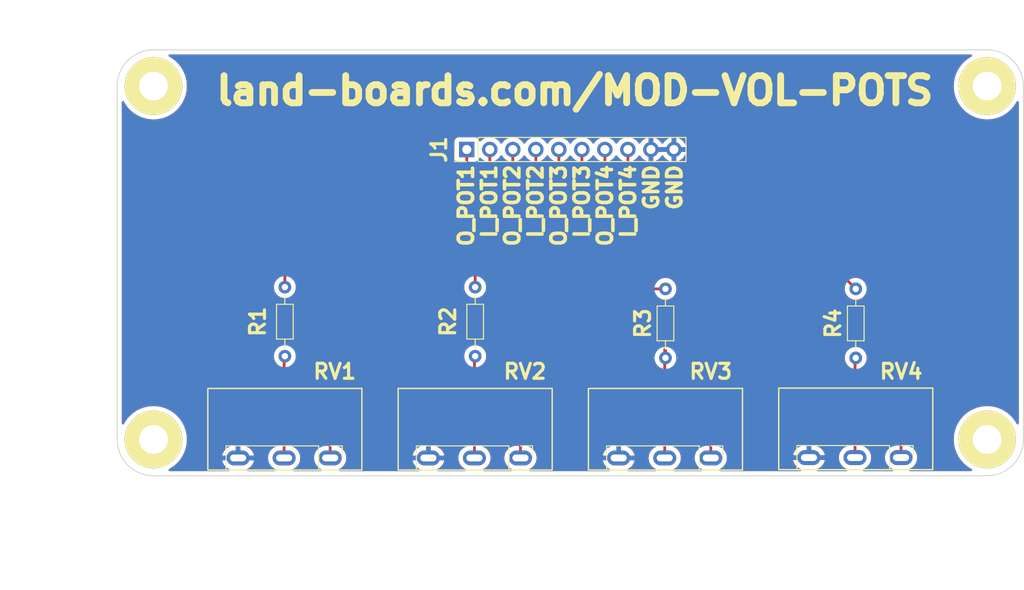
<source format=kicad_pcb>
(kicad_pcb (version 20211014) (generator pcbnew)
  (layers (0 "F.Cu" signal) (31 "B.Cu" signal) (34 "B.Paste" user) (35 "F.Paste" user) (36 "B.SilkS" user "B.Silkscreen") (37 "F.SilkS" user "F.Silkscreen") (38 "B.Mask" user) (39 "F.Mask" user) (44 "Edge.Cuts" user))
  (net 0 "")
  (net 1 "GND")
  (net 2 "Net-(R1-Pad2)")
  (net 3 "Net-(R2-Pad2)")
  (net 4 "Net-(R3-Pad2)")
  (net 5 "Net-(R4-Pad2)")
  (net 6 "/I_POT1")
  (net 7 "/O_POT1")
  (net 8 "/I_POT2")
  (net 9 "/O_POT2")
  (net 10 "/I_POT3")
  (net 11 "/I_POT4")
  (net 12 "/O_POT4")
  (net 13 "/O_POT3")
  (footprint "LandBoards_MountHoles:MTG-4-40" (layer "F.Cu") (at 94 83)
    (fp_text reference "MTG1" hide)
    (fp_text value "MountingHole" hide)
    (pad "1" thru_hole circle locked (at 0 0) (size 6.35 6.35) (drill 3.175) (layers *.Cu *.Mask "F.SilkS"))
  )
  (footprint "Resistor_THT:R_Axial_DIN0204_L3.6mm_D1.6mm_P7.62mm_Horizontal" (layer "F.Cu") (at 129.5 66.19 -90)
    (fp_text reference "R2" (at 3.81 3 90) (layer "F.SilkS") (effects (font (size 1.651 1.651) (thickness 0.34925))))
    (fp_text value "1K")
    (fp_line (start 1.89 0.92) (end 5.73 0.92) (layer "F.SilkS") (width 0.12))
    (fp_line (start 0.94 0) (end 1.89 0) (layer "F.SilkS") (width 0.12))
    (fp_line (start 1.89 -0.92) (end 1.89 0.92) (layer "F.SilkS") (width 0.12))
    (fp_line (start 6.68 0) (end 5.73 0) (layer "F.SilkS") (width 0.12))
    (fp_line (start 5.73 0.92) (end 5.73 -0.92) (layer "F.SilkS") (width 0.12))
    (fp_line (start 5.73 -0.92) (end 1.89 -0.92) (layer "F.SilkS") (width 0.12))
    (pad "1" thru_hole circle (at 0 0 270) (size 1.4 1.4) (drill 0.7) (layers *.Cu *.Mask) (net 9 "/O_POT2"))
    (pad "2" thru_hole oval (at 7.62 0 270) (size 1.4 1.4) (drill 0.7) (layers *.Cu *.Mask) (net 3 "Net-(R2-Pad2)"))
  )
  (footprint "LandBoards_Conns:Pot3" (layer "F.Cu") (at 113.500002 85.039987 -90)
    (fp_text reference "RV1" (at -9.54 -0.5 180) (layer "F.SilkS") (effects (font (size 1.651 1.651) (thickness 0.34925))))
    (fp_text value "100K")
    (fp_line (start -1.33 -1.33) (end 0 -1.33) (layer "F.SilkS") (width 0.12))
    (fp_line (start -1.33 0) (end -1.33 -1.33) (layer "F.SilkS") (width 0.12))
    (fp_line (start -1.33 1.27) (end -1.33 11.49) (layer "F.SilkS") (width 0.12))
    (fp_line (start -1.33 11.49) (end 1.33 11.49) (layer "F.SilkS") (width 0.12))
    (fp_line (start 1.33 1.27) (end 1.33 11.49) (layer "F.SilkS") (width 0.12))
    (fp_line (start -1.33 1.27) (end 1.33 1.27) (layer "F.SilkS") (width 0.12))
    (fp_rect (start -7.67 -3.5) (end 1.33 13.5) (layer "F.SilkS") (width 0.15) (fill none))
    (pad "1" thru_hole oval (at 0 0 270) (size 1.651 2.54) (drill oval 0.762 1.778) (layers *.Cu *.Mask) (net 6 "/I_POT1"))
    (pad "2" thru_hole oval (at 0 5.08 270) (size 1.651 2.54) (drill oval 0.762 1.778) (layers *.Cu *.Mask) (net 2 "Net-(R1-Pad2)"))
    (pad "3" thru_hole oval (at 0 10.16 270) (size 1.651 2.54) (drill oval 0.762 1.778) (layers *.Cu *.Mask) (net 1 "GND"))
  )
  (footprint "LandBoards_MountHoles:MTG-4-40" (layer "F.Cu") (at 94 44)
    (fp_text reference "MTG3" hide)
    (fp_text value "MountingHole" hide)
    (pad "1" thru_hole circle locked (at 0 0) (size 6.35 6.35) (drill 3.175) (layers *.Cu *.Mask "F.SilkS"))
  )
  (footprint "Connector_PinHeader_2.54mm:PinHeader_1x10_P2.54mm_Vertical" (layer "F.Cu") (at 128.575 51 90)
    (fp_text reference "J1" (at 0 -3.075 90) (layer "F.SilkS") (effects (font (size 1.651 1.651) (thickness 0.34925))))
    (fp_text value "Conn_01x10")
    (fp_line (start 1.33 1.27) (end 1.33 24.19) (layer "F.SilkS") (width 0.12))
    (fp_line (start -1.33 1.27) (end -1.33 24.19) (layer "F.SilkS") (width 0.12))
    (fp_line (start -1.33 1.27) (end 1.33 1.27) (layer "F.SilkS") (width 0.12))
    (fp_line (start -1.33 0) (end -1.33 -1.33) (layer "F.SilkS") (width 0.12))
    (fp_line (start -1.33 24.19) (end 1.33 24.19) (layer "F.SilkS") (width 0.12))
    (fp_line (start -1.33 -1.33) (end 0 -1.33) (layer "F.SilkS") (width 0.12))
    (pad "1" thru_hole rect (at 0 0 90) (size 1.7 1.7) (drill 1) (layers *.Cu *.Mask) (net 7 "/O_POT1"))
    (pad "2" thru_hole oval (at 0 2.54 90) (size 1.7 1.7) (drill 1) (layers *.Cu *.Mask) (net 6 "/I_POT1"))
    (pad "3" thru_hole oval (at 0 5.08 90) (size 1.7 1.7) (drill 1) (layers *.Cu *.Mask) (net 9 "/O_POT2"))
    (pad "4" thru_hole oval (at 0 7.62 90) (size 1.7 1.7) (drill 1) (layers *.Cu *.Mask) (net 8 "/I_POT2"))
    (pad "5" thru_hole oval (at 0 10.16 90) (size 1.7 1.7) (drill 1) (layers *.Cu *.Mask) (net 13 "/O_POT3"))
    (pad "6" thru_hole oval (at 0 12.7 90) (size 1.7 1.7) (drill 1) (layers *.Cu *.Mask) (net 10 "/I_POT3"))
    (pad "7" thru_hole oval (at 0 15.24 90) (size 1.7 1.7) (drill 1) (layers *.Cu *.Mask) (net 12 "/O_POT4"))
    (pad "8" thru_hole oval (at 0 17.78 90) (size 1.7 1.7) (drill 1) (layers *.Cu *.Mask) (net 11 "/I_POT4"))
    (pad "9" thru_hole oval (at 0 20.32 90) (size 1.7 1.7) (drill 1) (layers *.Cu *.Mask) (net 1 "GND"))
    (pad "10" thru_hole oval (at 0 22.86 90) (size 1.7 1.7) (drill 1) (layers *.Cu *.Mask) (net 1 "GND"))
  )
  (footprint "LandBoards_Conns:Pot3" (layer "F.Cu") (at 176.500003 85.000008 -90)
    (fp_text reference "RV4" (at -9.5 0 180) (layer "F.SilkS") (effects (font (size 1.651 1.651) (thickness 0.34925))))
    (fp_text value "100K")
    (fp_line (start -1.33 0) (end -1.33 -1.33) (layer "F.SilkS") (width 0.12))
    (fp_line (start -1.33 -1.33) (end 0 -1.33) (layer "F.SilkS") (width 0.12))
    (fp_line (start -1.33 1.27) (end 1.33 1.27) (layer "F.SilkS") (width 0.12))
    (fp_line (start 1.33 1.27) (end 1.33 11.49) (layer "F.SilkS") (width 0.12))
    (fp_line (start -1.33 11.49) (end 1.33 11.49) (layer "F.SilkS") (width 0.12))
    (fp_line (start -1.33 1.27) (end -1.33 11.49) (layer "F.SilkS") (width 0.12))
    (fp_rect (start -7.67 -3.5) (end 1.33 13.5) (layer "F.SilkS") (width 0.15) (fill none))
    (pad "1" thru_hole oval (at 0 0 270) (size 1.651 2.54) (drill oval 0.762 1.778) (layers *.Cu *.Mask) (net 11 "/I_POT4"))
    (pad "2" thru_hole oval (at 0 5.08 270) (size 1.651 2.54) (drill oval 0.762 1.778) (layers *.Cu *.Mask) (net 5 "Net-(R4-Pad2)"))
    (pad "3" thru_hole oval (at 0 10.16 270) (size 1.651 2.54) (drill oval 0.762 1.778) (layers *.Cu *.Mask) (net 1 "GND"))
  )
  (footprint "LandBoards_Conns:Pot3" (layer "F.Cu") (at 134.50001 85.039987 -90)
    (fp_text reference "RV2" (at -9.54 -0.5 180) (layer "F.SilkS") (effects (font (size 1.651 1.651) (thickness 0.34925))))
    (fp_text value "100K")
    (fp_line (start -1.33 1.27) (end -1.33 11.49) (layer "F.SilkS") (width 0.12))
    (fp_line (start -1.33 -1.33) (end 0 -1.33) (layer "F.SilkS") (width 0.12))
    (fp_line (start -1.33 1.27) (end 1.33 1.27) (layer "F.SilkS") (width 0.12))
    (fp_line (start 1.33 1.27) (end 1.33 11.49) (layer "F.SilkS") (width 0.12))
    (fp_line (start -1.33 0) (end -1.33 -1.33) (layer "F.SilkS") (width 0.12))
    (fp_line (start -1.33 11.49) (end 1.33 11.49) (layer "F.SilkS") (width 0.12))
    (fp_rect (start -7.67 -3.5) (end 1.33 13.5) (layer "F.SilkS") (width 0.15) (fill none))
    (pad "1" thru_hole oval (at 0 0 270) (size 1.651 2.54) (drill oval 0.762 1.778) (layers *.Cu *.Mask) (net 8 "/I_POT2"))
    (pad "2" thru_hole oval (at 0 5.08 270) (size 1.651 2.54) (drill oval 0.762 1.778) (layers *.Cu *.Mask) (net 3 "Net-(R2-Pad2)"))
    (pad "3" thru_hole oval (at 0 10.16 270) (size 1.651 2.54) (drill oval 0.762 1.778) (layers *.Cu *.Mask) (net 1 "GND"))
  )
  (footprint "Resistor_THT:R_Axial_DIN0204_L3.6mm_D1.6mm_P7.62mm_Horizontal" (layer "F.Cu") (at 171.5 66.38 -90)
    (fp_text reference "R4" (at 3.81 2.5 90) (layer "F.SilkS") (effects (font (size 1.651 1.651) (thickness 0.34925))))
    (fp_text value "1K")
    (fp_line (start 6.68 0) (end 5.73 0) (layer "F.SilkS") (width 0.12))
    (fp_line (start 5.73 0.92) (end 5.73 -0.92) (layer "F.SilkS") (width 0.12))
    (fp_line (start 1.89 0.92) (end 5.73 0.92) (layer "F.SilkS") (width 0.12))
    (fp_line (start 5.73 -0.92) (end 1.89 -0.92) (layer "F.SilkS") (width 0.12))
    (fp_line (start 1.89 -0.92) (end 1.89 0.92) (layer "F.SilkS") (width 0.12))
    (fp_line (start 0.94 0) (end 1.89 0) (layer "F.SilkS") (width 0.12))
    (pad "1" thru_hole circle (at 0 0 270) (size 1.4 1.4) (drill 0.7) (layers *.Cu *.Mask) (net 12 "/O_POT4"))
    (pad "2" thru_hole oval (at 7.62 0 270) (size 1.4 1.4) (drill 0.7) (layers *.Cu *.Mask) (net 5 "Net-(R4-Pad2)"))
  )
  (footprint "LandBoards_Conns:Pot3" (layer "F.Cu") (at 155.499994 85.039987 -90)
    (fp_text reference "RV3" (at -9.54 0 180) (layer "F.SilkS") (effects (font (size 1.651 1.651) (thickness 0.34925))))
    (fp_text value "100K")
    (fp_line (start -1.33 1.27) (end -1.33 11.49) (layer "F.SilkS") (width 0.12))
    (fp_line (start 1.33 1.27) (end 1.33 11.49) (layer "F.SilkS") (width 0.12))
    (fp_line (start -1.33 11.49) (end 1.33 11.49) (layer "F.SilkS") (width 0.12))
    (fp_line (start -1.33 -1.33) (end 0 -1.33) (layer "F.SilkS") (width 0.12))
    (fp_line (start -1.33 0) (end -1.33 -1.33) (layer "F.SilkS") (width 0.12))
    (fp_line (start -1.33 1.27) (end 1.33 1.27) (layer "F.SilkS") (width 0.12))
    (fp_rect (start -7.67 -3.5) (end 1.33 13.5) (layer "F.SilkS") (width 0.15) (fill none))
    (pad "1" thru_hole oval (at 0 0 270) (size 1.651 2.54) (drill oval 0.762 1.778) (layers *.Cu *.Mask) (net 10 "/I_POT3"))
    (pad "2" thru_hole oval (at 0 5.08 270) (size 1.651 2.54) (drill oval 0.762 1.778) (layers *.Cu *.Mask) (net 4 "Net-(R3-Pad2)"))
    (pad "3" thru_hole oval (at 0 10.16 270) (size 1.651 2.54) (drill oval 0.762 1.778) (layers *.Cu *.Mask) (net 1 "GND"))
  )
  (footprint "Resistor_THT:R_Axial_DIN0204_L3.6mm_D1.6mm_P7.62mm_Horizontal" (layer "F.Cu") (at 150.5 66.38 -90)
    (fp_text reference "R3" (at 3.81 2.5 90) (layer "F.SilkS") (effects (font (size 1.651 1.651) (thickness 0.34925))))
    (fp_text value "1K")
    (fp_line (start 6.68 0) (end 5.73 0) (layer "F.SilkS") (width 0.12))
    (fp_line (start 5.73 0.92) (end 5.73 -0.92) (layer "F.SilkS") (width 0.12))
    (fp_line (start 5.73 -0.92) (end 1.89 -0.92) (layer "F.SilkS") (width 0.12))
    (fp_line (start 1.89 -0.92) (end 1.89 0.92) (layer "F.SilkS") (width 0.12))
    (fp_line (start 0.94 0) (end 1.89 0) (layer "F.SilkS") (width 0.12))
    (fp_line (start 1.89 0.92) (end 5.73 0.92) (layer "F.SilkS") (width 0.12))
    (pad "1" thru_hole circle (at 0 0 270) (size 1.4 1.4) (drill 0.7) (layers *.Cu *.Mask) (net 13 "/O_POT3"))
    (pad "2" thru_hole oval (at 7.62 0 270) (size 1.4 1.4) (drill 0.7) (layers *.Cu *.Mask) (net 4 "Net-(R3-Pad2)"))
  )
  (footprint "LandBoards_MountHoles:MTG-4-40" (layer "F.Cu") (at 186 83)
    (fp_text reference "MTG2" hide)
    (fp_text value "MountingHole" hide)
    (pad "1" thru_hole circle locked (at 0 0) (size 6.35 6.35) (drill 3.175) (layers *.Cu *.Mask "F.SilkS"))
  )
  (footprint "LandBoards_MountHoles:MTG-4-40" (layer "F.Cu") (at 186 44)
    (fp_text reference "MTG4" hide)
    (fp_text value "MountingHole" hide)
    (pad "1" thru_hole circle locked (at 0 0) (size 6.35 6.35) (drill 3.175) (layers *.Cu *.Mask "F.SilkS"))
  )
  (footprint "Resistor_THT:R_Axial_DIN0204_L3.6mm_D1.6mm_P7.62mm_Horizontal" (layer "F.Cu") (at 108.5 66.19 -90)
    (fp_text reference "R1" (at 3.81 3 90) (layer "F.SilkS") (effects (font (size 1.651 1.651) (thickness 0.34925))))
    (fp_text value "1K")
    (fp_line (start 1.89 -0.92) (end 1.89 0.92) (layer "F.SilkS") (width 0.12))
    (fp_line (start 0.94 0) (end 1.89 0) (layer "F.SilkS") (width 0.12))
    (fp_line (start 6.68 0) (end 5.73 0) (layer "F.SilkS") (width 0.12))
    (fp_line (start 1.89 0.92) (end 5.73 0.92) (layer "F.SilkS") (width 0.12))
    (fp_line (start 5.73 -0.92) (end 1.89 -0.92) (layer "F.SilkS") (width 0.12))
    (fp_line (start 5.73 0.92) (end 5.73 -0.92) (layer "F.SilkS") (width 0.12))
    (pad "1" thru_hole circle (at 0 0 270) (size 1.4 1.4) (drill 0.7) (layers *.Cu *.Mask) (net 7 "/O_POT1"))
    (pad "2" thru_hole oval (at 7.62 0 270) (size 1.4 1.4) (drill 0.7) (layers *.Cu *.Mask) (net 2 "Net-(R1-Pad2)"))
  )
  (gr_line (start 186 87) (end 94 87) (layer "Edge.Cuts") (width 0.1))
  (gr_line (start 94 40) (end 186 40) (layer "Edge.Cuts") (width 0.1))
  (gr_arc (start 186 40) (mid 188.828427 41.171573) (end 190 44) (layer "Edge.Cuts") (width 0.1))
  (gr_arc (start 94 87) (mid 91.171573 85.828427) (end 90 83) (layer "Edge.Cuts") (width 0.1))
  (gr_line (start 90 83) (end 90 44) (layer "Edge.Cuts") (width 0.1))
  (gr_line (start 190 44) (end 190 83) (layer "Edge.Cuts") (width 0.1))
  (gr_arc (start 90 44) (mid 91.171573 41.171573) (end 94 40) (layer "Edge.Cuts") (width 0.1))
  (gr_arc (start 190 83) (mid 188.828427 85.828427) (end 186 87) (layer "Edge.Cuts") (width 0.1))
  (gr_text "O_POT1\nI_POT1\nO_POT2\nI_POT2\nO_POT3\nI_POT3\nO_POT4\nI_POT4\nGND\nGND" (at 140 52.5 90) (layer "F.SilkS") (effects (font (size 1.5875 1.5875) (thickness 0.396875)) (justify right)))
  (gr_text "land-boards.com/MOD-VOL-POTS" (at 140.5 44.5) (layer "F.SilkS") (effects (font (size 3 3) (thickness 0.75))))
  (segment (start 108.42 85.04) (end 108.42 73.89) (width 0.3048) (layer "F.Cu") (net 2))
  (segment (start 129.42 85.04) (end 129.42 73.89) (width 0.3048) (layer "F.Cu") (net 3))
  (segment (start 150.42 73.08) (end 150.5 73.16) (width 0.3048) (layer "F.Cu") (net 4))
  (segment (start 150.5 73.16) (end 150.5 74) (width 0.3048) (layer "F.Cu") (net 4))
  (segment (start 150.42 85.04) (end 150.42 73.08) (width 0.3048) (layer "F.Cu") (net 4))
  (segment (start 171.42 85) (end 171.42 74.08) (width 0.3048) (layer "F.Cu") (net 5))
  (segment (start 131.115 54.885) (end 131.115 51) (width 0.3048) (layer "F.Cu") (net 6))
  (segment (start 113.5 85.04) (end 113.5 59) (width 0.3048) (layer "F.Cu") (net 6))
  (segment (start 113.5 59) (end 116.5 56) (width 0.3048) (layer "F.Cu") (net 6))
  (segment (start 130 56) (end 131.115 54.885) (width 0.3048) (layer "F.Cu") (net 6))
  (segment (start 116.5 56) (end 130 56) (width 0.3048) (layer "F.Cu") (net 6))
  (segment (start 108.5 66.19) (end 108.5 62) (width 0.3048) (layer "F.Cu") (net 7))
  (segment (start 128.575 53.425) (end 128.575 51) (width 0.3048) (layer "F.Cu") (net 7))
  (segment (start 116 54.5) (end 127.5 54.5) (width 0.3048) (layer "F.Cu") (net 7))
  (segment (start 127.5 54.5) (end 128.575 53.425) (width 0.3048) (layer "F.Cu") (net 7))
  (segment (start 108.5 62) (end 116 54.5) (width 0.3048) (layer "F.Cu") (net 7))
  (segment (start 134.5 57) (end 136.195 55.305) (width 0.3048) (layer "F.Cu") (net 8))
  (segment (start 134.50001 85.039987) (end 134.50001 56.99999) (width 0.3048) (layer "F.Cu") (net 8))
  (segment (start 136.195 55.305) (end 136.195 51) (width 0.3048) (layer "F.Cu") (net 8))
  (segment (start 133.655 55.345) (end 133.655 51) (width 0.3048) (layer "F.Cu") (net 9))
  (segment (start 129.5 66.19) (end 129.5 59.5) (width 0.3048) (layer "F.Cu") (net 9))
  (segment (start 129.5 59.5) (end 133.655 55.345) (width 0.3048) (layer "F.Cu") (net 9))
  (segment (start 145 63) (end 151.5 63) (width 0.3048) (layer "F.Cu") (net 10))
  (segment (start 155.5 67) (end 155.5 85.04) (width 0.3048) (layer "F.Cu") (net 10))
  (segment (start 141.275 51) (end 141.275 59.275) (width 0.3048) (layer "F.Cu") (net 10))
  (segment (start 151.5 63) (end 155.5 67) (width 0.3048) (layer "F.Cu") (net 10))
  (segment (start 141.275 59.275) (end 145 63) (width 0.3048) (layer "F.Cu") (net 10))
  (segment (start 146.355 56.355) (end 148.5 58.5) (width 0.3048) (layer "F.Cu") (net 11))
  (segment (start 146.355 51) (end 146.355 56.355) (width 0.3048) (layer "F.Cu") (net 11))
  (segment (start 173 58.5) (end 176.5 62) (width 0.3048) (layer "F.Cu") (net 11))
  (segment (start 148.5 58.5) (end 173 58.5) (width 0.3048) (layer "F.Cu") (net 11))
  (segment (start 176.5 62) (end 176.5 85) (width 0.3048) (layer "F.Cu") (net 11))
  (segment (start 143.815 51) (end 143.815 58.315) (width 0.3048) (layer "F.Cu") (net 12))
  (segment (start 146.5 61) (end 166.12 61) (width 0.3048) (layer "F.Cu") (net 12))
  (segment (start 143.815 58.315) (end 146.5 61) (width 0.3048) (layer "F.Cu") (net 12))
  (segment (start 166.12 61) (end 171.5 66.38) (width 0.3048) (layer "F.Cu") (net 12))
  (segment (start 138.735 60.735) (end 144.38 66.38) (width 0.3048) (layer "F.Cu") (net 13))
  (segment (start 144.38 66.38) (end 150.5 66.38) (width 0.3048) (layer "F.Cu") (net 13))
  (segment (start 138.735 51) (end 138.735 60.735) (width 0.3048) (layer "F.Cu") (net 13))
  (zone (net 1) (net_name "GND") (layer "F.Cu") (connect_pads (clearance 0.508)) (min_thickness 0.254) (fill yes (thermal_gap 0.508) (thermal_bridge_width 0.508))
    (polygon (pts (xy 190 87) (xy 90 87) (xy 90 40) (xy 190 40)))
  )
  (zone (net 1) (net_name "GND") (layer "B.Cu") (connect_pads (clearance 0.508)) (min_thickness 0.254) (fill yes (thermal_gap 0.508) (thermal_bridge_width 0.508))
    (polygon (pts (xy 190 87) (xy 90 87) (xy 90 40) (xy 190 40)))
  )
)
</source>
